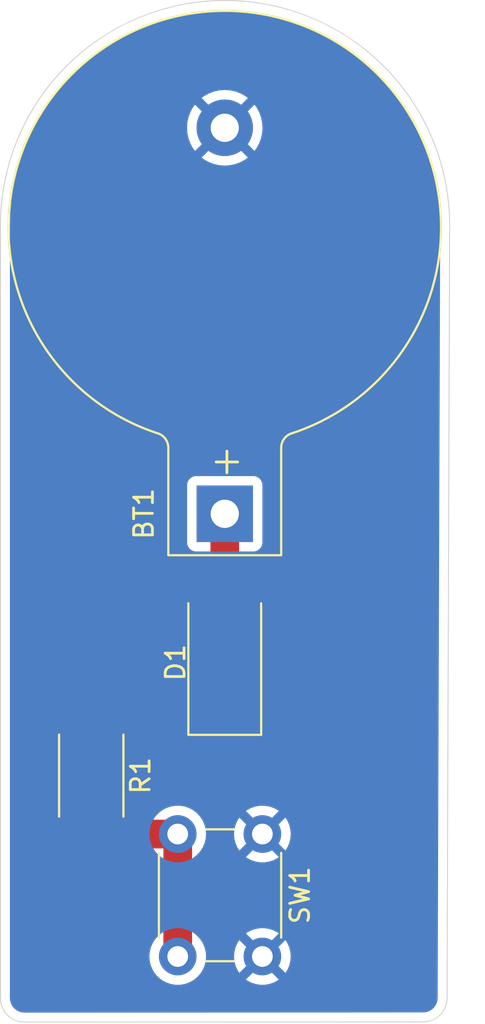
<source format=kicad_pcb>
(kicad_pcb (version 20240108) (generator "pcbnew") (generator_version "8.0")
  (layers (0 "F.Cu" signal) (31 "B.Cu" signal) (34 "B.Paste" user) (35 "F.Paste" user) (36 "B.SilkS" user "B.Silkscreen") (37 "F.SilkS" user "F.Silkscreen") (38 "B.Mask" user) (39 "F.Mask" user) (44 "Edge.Cuts" user))
  (net 0 "")
  (net 1 "GND")
  (net 2 "Net-(BT1-+)")
  (net 3 "Net-(D1-K)")
  (net 4 "Net-(SW1-B)")
  (footprint "Button_Switch_THT:SW_PUSH_6mm" (layer "F.Cu") (at 130 92 -90)
    (property "Reference" "SW1" (at 3.25 -2 90) (layer "F.SilkS"))
    (property "Value" "SW_SPST")
    (fp_line (start 1 5.5) (end 5.5 5.5) (stroke (width 0.12)) (layer "F.SilkS"))
    (fp_line (start 6.75 3) (end 6.75 1.5) (stroke (width 0.12)) (layer "F.SilkS"))
    (fp_line (start -0.25 1.5) (end -0.25 3) (stroke (width 0.12)) (layer "F.SilkS"))
    (fp_line (start 5.5 -1) (end 1 -1) (stroke (width 0.12)) (layer "F.SilkS"))
    (pad "1" thru_hole circle (at 0 0) (size 2 2) (drill 1.1) (layers "*.Cu" "*.Mask") (net 1 "GND"))
    (pad "1" thru_hole circle (at 6.5 0) (size 2 2) (drill 1.1) (layers "*.Cu" "*.Mask") (net 1 "GND"))
    (pad "2" thru_hole circle (at 0 4.5) (size 2 2) (drill 1.1) (layers "*.Cu" "*.Mask") (net 4 "Net-(SW1-B)"))
    (pad "2" thru_hole circle (at 6.5 4.5) (size 2 2) (drill 1.1) (layers "*.Cu" "*.Mask") (net 4 "Net-(SW1-B)"))
  )
  (footprint "LED_SMD:LED_2512_6332Metric" (layer "F.Cu") (at 128 82.9 90)
    (property "Reference" "D1" (at 0 -2.62 90) (layer "F.SilkS"))
    (property "Value" "LED")
    (fp_line (start 3.15 -1.935) (end -3.835 -1.935) (stroke (width 0.12)) (layer "F.SilkS"))
    (fp_line (start -3.835 -1.935) (end -3.835 1.935) (stroke (width 0.12)) (layer "F.SilkS"))
    (fp_line (start -3.835 1.935) (end 3.15 1.935) (stroke (width 0.12)) (layer "F.SilkS"))
    (pad "1" smd roundrect (at -2.9 0 90) (size 1.35 3.35) (layers "F.Cu" "F.Paste" "F.Mask") (roundrect_rratio 0.185185) (net 3 "Net-(D1-K)"))
    (pad "2" smd roundrect (at 2.9 0 90) (size 1.35 3.35) (layers "F.Cu" "F.Paste" "F.Mask") (roundrect_rratio 0.185185) (net 2 "Net-(BT1-+)"))
  )
  (footprint "Resistor_SMD:R_2512_6332Metric" (layer "F.Cu") (at 120.904 88.9 -90)
    (property "Reference" "R1" (at 0 -2.62 90) (layer "F.SilkS"))
    (property "Value" "R_US")
    (fp_line (start -2.177064 1.71) (end 2.177064 1.71) (stroke (width 0.12)) (layer "F.SilkS"))
    (fp_line (start -2.177064 -1.71) (end 2.177064 -1.71) (stroke (width 0.12)) (layer "F.SilkS"))
    (pad "1" smd roundrect (at -2.9625 0 270) (size 1.225 3.35) (layers "F.Cu" "F.Paste" "F.Mask") (roundrect_rratio 0.204082) (net 3 "Net-(D1-K)"))
    (pad "2" smd roundrect (at 2.9625 0 270) (size 1.225 3.35) (layers "F.Cu" "F.Paste" "F.Mask") (roundrect_rratio 0.204082) (net 4 "Net-(SW1-B)"))
  )
  (footprint "Battery:BatteryHolder_Keystone_103_1x20mm" (layer "F.Cu") (at 128 75 90)
    (property "Reference" "BT1" (at 0 -4.3 90) (layer "F.SilkS"))
    (property "Value" "Battery_Cell")
    (fp_line (start -2.2 -3) (end 3.5 -3) (stroke (width 0.12)) (layer "F.SilkS"))
    (fp_line (start -2.2 3) (end -2.2 -3) (stroke (width 0.12)) (layer "F.SilkS"))
    (fp_line (start -2.2 3) (end 3.5 3) (stroke (width 0.12)) (layer "F.SilkS"))
    (fp_arc (start 4.25 -3.5) (mid 3.950694 -3.136459) (end 3.5 -3) (stroke (width 0.12)) (layer "F.SilkS"))
    (fp_arc (start 4.25 -3.5) (mid 16.971103 -11.358466) (end 26.695671 0) (stroke (width 0.12)) (layer "F.SilkS"))
    (fp_arc (start 26.695671 0) (mid 16.971103 11.358466) (end 4.25 3.5) (stroke (width 0.12)) (layer "F.SilkS"))
    (fp_arc (start 3.5 3) (mid 3.950694 3.136459) (end 4.25 3.5) (stroke (width 0.12)) (layer "F.SilkS"))
    (fp_text user "+" (at 2.75 0 90) (layer "F.SilkS") (effects (font (size 1.5 1.5))))
    (pad "1" thru_hole rect (at 0 0 90) (size 3 3) (drill 1.5) (layers "*.Cu" "*.Mask") (net 2 "Net-(BT1-+)"))
    (pad "2" thru_hole circle (at 20.49 0 90) (size 3 3) (drill 1.5) (layers "*.Cu" "*.Mask") (net 1 "GND"))
  )
  (gr_arc (start 139.817974 100.701974) (mid 139.446 101.6) (end 138.547974 101.971974) (stroke (width 0.05)) (layer "Edge.Cuts"))
  (gr_line (start 139.954 59.69) (end 139.817974 100.701974) (stroke (width 0.05)) (layer "Edge.Cuts"))
  (gr_line (start 116.078 59.69) (end 116.078 100.711) (stroke (width 0.05)) (layer "Edge.Cuts"))
  (gr_line (start 138.547974 101.971974) (end 117.348 101.981) (stroke (width 0.05)) (layer "Edge.Cuts"))
  (gr_arc (start 117.348 101.981) (mid 116.449974 101.609026) (end 116.078 100.711) (stroke (width 0.05)) (layer "Edge.Cuts"))
  (gr_arc (start 116.078 59.69) (mid 128.016 47.752) (end 139.954 59.69) (stroke (width 0.05)) (layer "Edge.Cuts"))
  (segment (start 128 75) (end 128 80) (width 1.524) (layer "F.Cu") (net 2))
  (segment (start 121.0415 85.8) (end 120.904 85.9375) (width 1.524) (layer "F.Cu") (net 3))
  (segment (start 128 85.8) (end 121.0415 85.8) (width 1.524) (layer "F.Cu") (net 3))
  (segment (start 121.0415 92) (end 120.904 91.8625) (width 1.524) (layer "F.Cu") (net 4))
  (segment (start 125.5 92) (end 125.5 98.5) (width 1.524) (layer "F.Cu") (net 4))
  (segment (start 125.5 92) (end 121.0415 92) (width 1.524) (layer "F.Cu") (net 4))
  (segment (start 125.425 91.925) (end 125.5 92) (width 1.524) (layer "F.Cu") (net 4))
  (zone (net 1) (net_name "GND") (layer "B.Cu") (connect_pads (clearance 0.5)) (min_thickness 0.25) (fill yes (thermal_gap 0.5) (thermal_bridge_width 0.5))
    (polygon (pts (xy 139.954 102.108) (xy 139.954 47.752) (xy 116.078 47.752) (xy 116.078 102.108)))
  )
)
</source>
